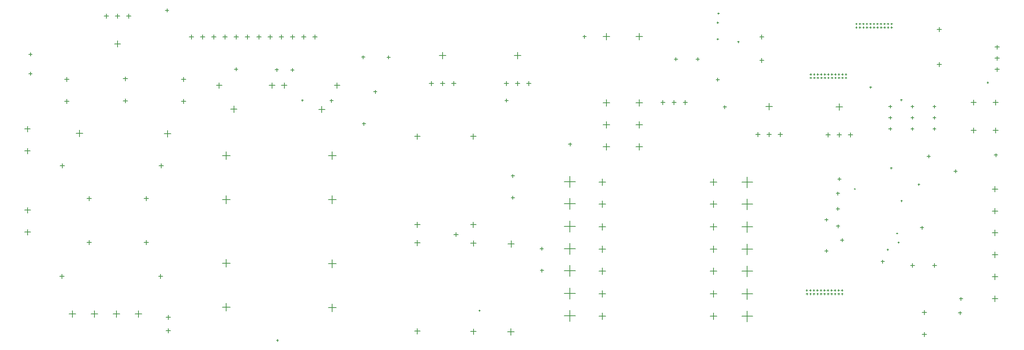
<source format=gbr>
%TF.GenerationSoftware,Altium Limited,Altium Designer,24.3.1 (35)*%
G04 Layer_Color=128*
%FSLAX43Y43*%
%MOMM*%
%TF.SameCoordinates,2EF1D394-34E5-4190-8ABA-250447B0B6E5*%
%TF.FilePolarity,Positive*%
%TF.FileFunction,Drillmap*%
%TF.Part,Single*%
G01*
G75*
%TA.AperFunction,NonConductor*%
%ADD163C,0.127*%
D163*
X114294Y35725D02*
X115056D01*
X114675Y35344D02*
Y36106D01*
X114294Y40675D02*
X115056D01*
X114675Y40294D02*
Y41056D01*
X105032Y29592D02*
X106302D01*
X105667Y28957D02*
Y30227D01*
X105032Y49658D02*
X106302D01*
X105667Y49023D02*
Y50293D01*
X92365Y25441D02*
X93635D01*
X93000Y24806D02*
Y26076D01*
X92365Y5375D02*
X93635D01*
X93000Y4740D02*
Y6010D01*
X92365Y49658D02*
X93635D01*
X93000Y49023D02*
Y50293D01*
X92365Y29592D02*
X93635D01*
X93000Y28957D02*
Y30227D01*
X159452Y13813D02*
X160976D01*
X160214Y13051D02*
Y14575D01*
X159452Y18979D02*
X160976D01*
X160214Y18217D02*
Y19741D01*
X159452Y23973D02*
X160976D01*
X160214Y23211D02*
Y24735D01*
X159452Y29053D02*
X160976D01*
X160214Y28291D02*
Y29815D01*
X159452Y34219D02*
X160976D01*
X160214Y33457D02*
Y34981D01*
X159452Y39213D02*
X160976D01*
X160214Y38451D02*
Y39975D01*
X134179Y8733D02*
X135703D01*
X134941Y7971D02*
Y9495D01*
X134179Y13813D02*
X135703D01*
X134941Y13051D02*
Y14575D01*
X134179Y18979D02*
X135703D01*
X134941Y18217D02*
Y19741D01*
X134179Y23973D02*
X135703D01*
X134941Y23211D02*
Y24735D01*
X134179Y29053D02*
X135703D01*
X134941Y28291D02*
Y29815D01*
X134179Y34219D02*
X135703D01*
X134941Y33457D02*
Y34981D01*
X134179Y39213D02*
X135703D01*
X134941Y38451D02*
Y39975D01*
X159452Y8733D02*
X160976D01*
X160214Y7971D02*
Y9495D01*
X166584Y13813D02*
X169084D01*
X167834Y12563D02*
Y15063D01*
X166584Y18979D02*
X169084D01*
X167834Y17729D02*
Y20229D01*
X166584Y23973D02*
X169084D01*
X167834Y22723D02*
Y25223D01*
X166584Y29053D02*
X169084D01*
X167834Y27803D02*
Y30303D01*
X166584Y34219D02*
X169084D01*
X167834Y32969D02*
Y35469D01*
X166584Y39213D02*
X169084D01*
X167834Y37963D02*
Y40463D01*
X166584Y8733D02*
X169084D01*
X167834Y7483D02*
Y9983D01*
X126325Y13940D02*
X128825D01*
X127575Y12690D02*
Y15190D01*
X126325Y19106D02*
X128825D01*
X127575Y17856D02*
Y20356D01*
X126325Y24100D02*
X128825D01*
X127575Y22850D02*
Y25350D01*
X126325Y29180D02*
X128825D01*
X127575Y27930D02*
Y30430D01*
X126325Y34346D02*
X128825D01*
X127575Y33096D02*
Y35596D01*
X126325Y39340D02*
X128825D01*
X127575Y38090D02*
Y40590D01*
X126325Y8860D02*
X128825D01*
X127575Y7610D02*
Y10110D01*
X72800Y45275D02*
X74600D01*
X73700Y44375D02*
Y46175D01*
X72800Y35275D02*
X74600D01*
X73700Y34375D02*
Y36175D01*
X105090Y5271D02*
X106360D01*
X105725Y4636D02*
Y5906D01*
X105090Y25337D02*
X106360D01*
X105725Y24702D02*
Y25972D01*
X223584Y51001D02*
X224784D01*
X224184Y50401D02*
Y51601D01*
X218584Y51001D02*
X219784D01*
X219184Y50401D02*
Y51601D01*
X210925Y73975D02*
X211925D01*
X211425Y73475D02*
Y74475D01*
X210925Y65975D02*
X211925D01*
X211425Y65475D02*
Y66475D01*
X218584Y57351D02*
X219784D01*
X219184Y56751D02*
Y57951D01*
X223584Y57351D02*
X224784D01*
X224184Y56751D02*
Y57951D01*
X48750Y10825D02*
X50550D01*
X49650Y9925D02*
Y11725D01*
X48750Y20825D02*
X50550D01*
X49650Y19925D02*
Y21725D01*
X170650Y66941D02*
X171650D01*
X171150Y66441D02*
Y67441D01*
X170650Y72275D02*
X171650D01*
X171150Y71775D02*
Y72775D01*
X162369Y56350D02*
X163131D01*
X162750Y55969D02*
Y56731D01*
X204850Y20325D02*
X205850D01*
X205350Y19825D02*
Y20825D01*
X209850Y20325D02*
X210850D01*
X210350Y19825D02*
Y20825D01*
X28975Y9300D02*
X30475D01*
X29725Y8550D02*
Y10050D01*
X13975Y9300D02*
X15475D01*
X14725Y8550D02*
Y10050D01*
X18975Y9300D02*
X20475D01*
X19725Y8550D02*
Y10050D01*
X23975Y9300D02*
X25475D01*
X24725Y8550D02*
Y10050D01*
X4844Y68325D02*
X5606D01*
X5225Y67944D02*
Y68706D01*
X215744Y9524D02*
X216506D01*
X216125Y9143D02*
Y9905D01*
X223391Y17750D02*
X224691D01*
X224041Y17100D02*
Y18400D01*
X223391Y12750D02*
X224691D01*
X224041Y12100D02*
Y13400D01*
X215947Y12750D02*
X216709D01*
X216328Y12369D02*
Y13131D01*
X207500Y4600D02*
X208500D01*
X208000Y4100D02*
Y5100D01*
X207500Y9600D02*
X208500D01*
X208000Y9100D02*
Y10100D01*
X169752Y50050D02*
X170768D01*
X170260Y49542D02*
Y50558D01*
X172292Y50050D02*
X173308D01*
X172800Y49542D02*
Y50558D01*
X174832Y50050D02*
X175848D01*
X175340Y49542D02*
Y50558D01*
X172038Y56400D02*
X173562D01*
X172800Y55638D02*
Y57162D01*
X12975Y62600D02*
X13975D01*
X13475Y62100D02*
Y63100D01*
X12975Y57600D02*
X13975D01*
X13475Y57100D02*
Y58100D01*
X4858Y63925D02*
X5620D01*
X5239Y63544D02*
Y64306D01*
X27017Y77050D02*
X28033D01*
X27525Y76542D02*
Y77558D01*
X24477Y77050D02*
X25493D01*
X24985Y76542D02*
Y77558D01*
X21937Y77050D02*
X22953D01*
X22445Y76542D02*
Y77558D01*
X24287Y70700D02*
X25684D01*
X24985Y70002D02*
Y71398D01*
X3900Y51325D02*
X5200D01*
X4550Y50675D02*
Y51975D01*
X3900Y46325D02*
X5200D01*
X4550Y45675D02*
Y46975D01*
X48750Y35275D02*
X50550D01*
X49650Y34375D02*
Y36175D01*
X48750Y45275D02*
X50550D01*
X49650Y44375D02*
Y46175D01*
X15575Y50325D02*
X17075D01*
X16325Y49575D02*
Y51075D01*
X35550Y50275D02*
X37050D01*
X36300Y49525D02*
Y51025D01*
X39475Y62625D02*
X40475D01*
X39975Y62125D02*
Y63125D01*
X39475Y57625D02*
X40475D01*
X39975Y57125D02*
Y58125D01*
X26275Y57750D02*
X27275D01*
X26775Y57250D02*
Y58250D01*
X26275Y62750D02*
X27275D01*
X26775Y62250D02*
Y63250D01*
X185669Y50027D02*
X186685D01*
X186177Y49519D02*
Y50535D01*
X188209Y50027D02*
X189225D01*
X188717Y49519D02*
Y50535D01*
X190749Y50027D02*
X191765D01*
X191257Y49519D02*
Y50535D01*
X187955Y56377D02*
X189479D01*
X188717Y55615D02*
Y57139D01*
X72800Y20700D02*
X74600D01*
X73700Y19800D02*
Y21600D01*
X72800Y10700D02*
X74600D01*
X73700Y9800D02*
Y11600D01*
X59131Y72250D02*
X60131D01*
X59631Y71750D02*
Y72750D01*
X69291Y72250D02*
X70291D01*
X69791Y71750D02*
Y72750D01*
X48881Y72250D02*
X49881D01*
X49381Y71750D02*
Y72750D01*
X51421Y72250D02*
X52421D01*
X51921Y71750D02*
Y72750D01*
X53961Y72250D02*
X54961D01*
X54461Y71750D02*
Y72750D01*
X56591Y72250D02*
X57591D01*
X57091Y71750D02*
Y72750D01*
X43801Y72250D02*
X44801D01*
X44301Y71750D02*
Y72750D01*
X61671Y72250D02*
X62671D01*
X62171Y71750D02*
Y72750D01*
X64211Y72250D02*
X65211D01*
X64711Y71750D02*
Y72750D01*
X66751Y72250D02*
X67751D01*
X67251Y71750D02*
Y72750D01*
X41261Y72250D02*
X42261D01*
X41761Y71750D02*
Y72750D01*
X46341Y72250D02*
X47341D01*
X46841Y71750D02*
Y72750D01*
X113507Y25184D02*
X115007D01*
X114257Y24434D02*
Y25934D01*
X113457Y5209D02*
X114957D01*
X114207Y4459D02*
Y5959D01*
X3925Y32875D02*
X5225D01*
X4575Y32225D02*
Y33525D01*
X3925Y27875D02*
X5225D01*
X4575Y27225D02*
Y28525D01*
X31025Y35525D02*
X32025D01*
X31525Y35025D02*
Y36025D01*
X18025Y35525D02*
X19025D01*
X18525Y35025D02*
Y36025D01*
X31025Y25525D02*
X32025D01*
X31525Y25025D02*
Y26025D01*
X18025Y25525D02*
X19025D01*
X18525Y25025D02*
Y26025D01*
X36000Y5450D02*
X37000D01*
X36500Y4950D02*
Y5950D01*
X36000Y8550D02*
X37000D01*
X36500Y8050D02*
Y9050D01*
X34375Y42975D02*
X35375D01*
X34875Y42475D02*
Y43475D01*
X11975Y42975D02*
X12975D01*
X12475Y42475D02*
Y43475D01*
X34250Y17800D02*
X35250D01*
X34750Y17300D02*
Y18300D01*
X11850Y17800D02*
X12850D01*
X12350Y17300D02*
Y18300D01*
X115005Y68077D02*
X116529D01*
X115767Y67315D02*
Y68839D01*
X117799Y61727D02*
X118815D01*
X118307Y61219D02*
Y62235D01*
X115259Y61727D02*
X116275D01*
X115767Y61219D02*
Y62235D01*
X112719Y61727D02*
X113735D01*
X113227Y61219D02*
Y62235D01*
X95694Y61727D02*
X96710D01*
X96202Y61219D02*
Y62235D01*
X98234Y61727D02*
X99250D01*
X98742Y61219D02*
Y62235D01*
X100774Y61727D02*
X101790D01*
X101282Y61219D02*
Y62235D01*
X97980Y68077D02*
X99504D01*
X98742Y67315D02*
Y68839D01*
X83094Y59799D02*
X83856D01*
X83475Y59418D02*
Y60180D01*
X86067Y67625D02*
X86829D01*
X86448Y67244D02*
Y68006D01*
X51494Y64925D02*
X52256D01*
X51875Y64544D02*
Y65306D01*
X50600Y55850D02*
X52100D01*
X51350Y55100D02*
Y56600D01*
X70575Y55800D02*
X72075D01*
X71325Y55050D02*
Y56550D01*
X73136Y57776D02*
X73898D01*
X73517Y57395D02*
Y58157D01*
X127269Y47875D02*
X128031D01*
X127650Y47494D02*
Y48256D01*
X80319Y67675D02*
X81081D01*
X80700Y67294D02*
Y68056D01*
X80494Y52525D02*
X81256D01*
X80875Y52144D02*
Y52906D01*
X60744Y64778D02*
X61506D01*
X61125Y64397D02*
Y65159D01*
X198169Y21175D02*
X198931D01*
X198550Y20794D02*
Y21556D01*
X151294Y67225D02*
X152056D01*
X151675Y66844D02*
Y67606D01*
X156244Y67225D02*
X157006D01*
X156625Y66844D02*
Y67606D01*
X153290Y57375D02*
X154290D01*
X153790Y56875D02*
Y57875D01*
X150750Y57375D02*
X151750D01*
X151250Y56875D02*
Y57875D01*
X148210Y57375D02*
X149210D01*
X148710Y56875D02*
Y57875D01*
X135088Y72325D02*
X136612D01*
X135850Y71563D02*
Y73087D01*
X142588Y72325D02*
X144112D01*
X143350Y71563D02*
Y73087D01*
X135088Y57325D02*
X136612D01*
X135850Y56563D02*
Y58087D01*
X135088Y52325D02*
X136612D01*
X135850Y51563D02*
Y53087D01*
X135088Y47325D02*
X136612D01*
X135850Y46563D02*
Y48087D01*
X142588Y47325D02*
X144112D01*
X143350Y46563D02*
Y48087D01*
X142588Y52325D02*
X144112D01*
X143350Y51563D02*
Y53087D01*
X142588Y57325D02*
X144112D01*
X143350Y56563D02*
Y58087D01*
X130519Y72325D02*
X131281D01*
X130900Y71944D02*
Y72706D01*
X47391Y61225D02*
X48691D01*
X48041Y60575D02*
Y61875D01*
X59391Y61225D02*
X60691D01*
X60041Y60575D02*
Y61875D01*
X62141Y61225D02*
X63441D01*
X62791Y60575D02*
Y61875D01*
X74141Y61225D02*
X75441D01*
X74791Y60575D02*
Y61875D01*
X35844Y78300D02*
X36606D01*
X36225Y77919D02*
Y78681D01*
X64266Y64757D02*
X65027D01*
X64646Y64376D02*
Y65137D01*
X120894Y19150D02*
X121656D01*
X121275Y18769D02*
Y19531D01*
X120844Y24100D02*
X121606D01*
X121225Y23719D02*
Y24481D01*
X188344Y39952D02*
X189106D01*
X188725Y39571D02*
Y40333D01*
X188984Y26070D02*
X189746D01*
X189365Y25689D02*
Y26451D01*
X214744Y41725D02*
X215506D01*
X215125Y41344D02*
Y42106D01*
X224025Y64870D02*
X225025D01*
X224525Y64370D02*
Y65370D01*
X224025Y67410D02*
X225025D01*
X224525Y66910D02*
Y67910D01*
X224025Y69950D02*
X225025D01*
X224525Y69450D02*
Y70450D01*
X112846Y57825D02*
X113608D01*
X113227Y57444D02*
Y58206D01*
X223391Y22750D02*
X224691D01*
X224041Y22100D02*
Y23400D01*
X223391Y27750D02*
X224691D01*
X224041Y27100D02*
Y28400D01*
X223391Y32675D02*
X224691D01*
X224041Y32025D02*
Y33325D01*
X223391Y37675D02*
X224691D01*
X224041Y37025D02*
Y38325D01*
X207108Y28895D02*
X207870D01*
X207489Y28514D02*
Y29276D01*
X188083Y29250D02*
X188845D01*
X188464Y28869D02*
Y29631D01*
X204967Y56465D02*
X205667D01*
X205317Y56115D02*
Y56815D01*
X204967Y53925D02*
X205667D01*
X205317Y53575D02*
Y54275D01*
X204967Y51385D02*
X205667D01*
X205317Y51035D02*
Y51735D01*
X209982Y56465D02*
X210682D01*
X210332Y56115D02*
Y56815D01*
X209982Y53925D02*
X210682D01*
X210332Y53575D02*
Y54275D01*
X209982Y51385D02*
X210682D01*
X210332Y51035D02*
Y51735D01*
X223869Y45403D02*
X224631D01*
X224250Y45021D02*
Y45784D01*
X160768Y62575D02*
X161530D01*
X161149Y62194D02*
Y62956D01*
X185425Y23600D02*
X186175D01*
X185800Y23225D02*
Y23975D01*
X185425Y30700D02*
X186175D01*
X185800Y30325D02*
Y31075D01*
X188008Y36677D02*
X188770D01*
X188389Y36296D02*
Y37058D01*
X188033Y33189D02*
X188795D01*
X188414Y32808D02*
Y33570D01*
X208644Y45100D02*
X209406D01*
X209025Y44719D02*
Y45481D01*
X199927Y56465D02*
X200627D01*
X200277Y56115D02*
Y56815D01*
X199927Y53925D02*
X200627D01*
X200277Y53575D02*
Y54275D01*
X199927Y51385D02*
X200627D01*
X200277Y51035D02*
Y51735D01*
X101275Y27350D02*
X102275D01*
X101775Y26850D02*
Y27850D01*
X106900Y10050D02*
X107300D01*
X107100Y9850D02*
Y10250D01*
X183644Y63760D02*
X184044D01*
X183844Y63560D02*
Y63960D01*
X182844Y63760D02*
X183244D01*
X183044Y63560D02*
Y63960D01*
X182069Y63760D02*
X182469D01*
X182269Y63560D02*
Y63960D01*
X186844Y63760D02*
X187244D01*
X187044Y63560D02*
Y63960D01*
X184444Y63760D02*
X184844D01*
X184644Y63560D02*
Y63960D01*
X185244Y63760D02*
X185644D01*
X185444Y63560D02*
Y63960D01*
X190044Y63760D02*
X190444D01*
X190244Y63560D02*
Y63960D01*
X187644Y63760D02*
X188044D01*
X187844Y63560D02*
Y63960D01*
X189244Y63760D02*
X189644D01*
X189444Y63560D02*
Y63960D01*
X188444Y63760D02*
X188844D01*
X188644Y63560D02*
Y63960D01*
X185269Y62960D02*
X185669D01*
X185469Y62760D02*
Y63160D01*
X186069Y62960D02*
X186469D01*
X186269Y62760D02*
Y63160D01*
X186869Y62960D02*
X187269D01*
X187069Y62760D02*
Y63160D01*
X187669Y62960D02*
X188069D01*
X187869Y62760D02*
Y63160D01*
X188469Y62960D02*
X188869D01*
X188669Y62760D02*
Y63160D01*
X189269Y62960D02*
X189669D01*
X189469Y62760D02*
Y63160D01*
X190044Y62960D02*
X190444D01*
X190244Y62760D02*
Y63160D01*
X183669Y62960D02*
X184069D01*
X183869Y62760D02*
Y63160D01*
X182869Y62960D02*
X183269D01*
X183069Y62760D02*
Y63160D01*
X182069Y62960D02*
X182469D01*
X182269Y62760D02*
Y63160D01*
X199615Y74425D02*
X200015D01*
X199815Y74225D02*
Y74625D01*
X198815Y74425D02*
X199215D01*
X199015Y74225D02*
Y74625D01*
X198790Y75225D02*
X199190D01*
X198990Y75025D02*
Y75425D01*
X193215Y74425D02*
X193615D01*
X193415Y74225D02*
Y74625D01*
X193990Y75225D02*
X194390D01*
X194190Y75025D02*
Y75425D01*
X194790Y75225D02*
X195190D01*
X194990Y75025D02*
Y75425D01*
X195615Y74425D02*
X196015D01*
X195815Y74225D02*
Y74625D01*
X195590Y75225D02*
X195990D01*
X195790Y75025D02*
Y75425D01*
X196415Y74425D02*
X196815D01*
X196615Y74225D02*
Y74625D01*
X196390Y75225D02*
X196790D01*
X196590Y75025D02*
Y75425D01*
X197190Y75225D02*
X197590D01*
X197390Y75025D02*
Y75425D01*
X198015Y74425D02*
X198415D01*
X198215Y74225D02*
Y74625D01*
X197990Y75225D02*
X198390D01*
X198190Y75025D02*
Y75425D01*
X197215Y74425D02*
X197615D01*
X197415Y74225D02*
Y74625D01*
X194015Y74425D02*
X194415D01*
X194215Y74225D02*
Y74625D01*
X194815Y74425D02*
X195215D01*
X195015Y74225D02*
Y74625D01*
X184469Y62960D02*
X184869D01*
X184669Y62760D02*
Y63160D01*
X186044Y63760D02*
X186444D01*
X186244Y63560D02*
Y63960D01*
X192415Y75225D02*
X192815D01*
X192615Y75025D02*
Y75425D01*
X199590Y75225D02*
X199990D01*
X199790Y75025D02*
Y75425D01*
X200390Y75225D02*
X200790D01*
X200590Y75025D02*
Y75425D01*
X193190Y75225D02*
X193590D01*
X193390Y75025D02*
Y75425D01*
X200415Y74425D02*
X200815D01*
X200615Y74225D02*
Y74625D01*
X192415Y74425D02*
X192815D01*
X192615Y74225D02*
Y74625D01*
X201975Y25525D02*
X202375D01*
X202175Y25325D02*
Y25725D01*
X200322Y42434D02*
X200722D01*
X200522Y42234D02*
Y42634D01*
X199533Y23913D02*
X199933D01*
X199733Y23713D02*
Y24113D01*
X195600Y60800D02*
X196100D01*
X195850Y60550D02*
Y61050D01*
X202600Y57936D02*
X203000D01*
X202800Y57736D02*
Y58136D01*
X222225Y61895D02*
X222625D01*
X222425Y61695D02*
Y62095D01*
X165625Y71150D02*
X166025D01*
X165825Y70950D02*
Y71350D01*
X161125Y77600D02*
X161525D01*
X161325Y77400D02*
Y77800D01*
X160949Y71767D02*
X161349D01*
X161149Y71567D02*
Y71967D01*
X160949Y75525D02*
X161349D01*
X161149Y75325D02*
Y75725D01*
X206592Y38726D02*
X206992D01*
X206792Y38526D02*
Y38926D01*
X201689Y27602D02*
X201989D01*
X201839Y27452D02*
Y27752D01*
X188400Y13825D02*
X188800D01*
X188600Y13625D02*
Y14025D01*
X182765Y14650D02*
X183165D01*
X182965Y14450D02*
Y14850D01*
X186800Y13825D02*
X187200D01*
X187000Y13625D02*
Y14025D01*
X189200Y13825D02*
X189600D01*
X189400Y13625D02*
Y14025D01*
X185200Y13825D02*
X185600D01*
X185400Y13625D02*
Y14025D01*
X182000Y13825D02*
X182400D01*
X182200Y13625D02*
Y14025D01*
X187565Y14650D02*
X187965D01*
X187765Y14450D02*
Y14850D01*
X182800Y13825D02*
X183200D01*
X183000Y13625D02*
Y14025D01*
X184365Y14650D02*
X184765D01*
X184565Y14450D02*
Y14850D01*
X181200Y13825D02*
X181600D01*
X181400Y13625D02*
Y14025D01*
X186765Y14650D02*
X187165D01*
X186965Y14450D02*
Y14850D01*
X183600Y13825D02*
X184000D01*
X183800Y13625D02*
Y14025D01*
X187600Y13825D02*
X188000D01*
X187800Y13625D02*
Y14025D01*
X184400Y13825D02*
X184800D01*
X184600Y13625D02*
Y14025D01*
X188365Y14650D02*
X188765D01*
X188565Y14450D02*
Y14850D01*
X189165Y14650D02*
X189565D01*
X189365Y14450D02*
Y14850D01*
X185165Y14650D02*
X185565D01*
X185365Y14450D02*
Y14850D01*
X185965Y14650D02*
X186365D01*
X186165Y14450D02*
Y14850D01*
X186000Y13825D02*
X186400D01*
X186200Y13625D02*
Y14025D01*
X183565Y14650D02*
X183965D01*
X183765Y14450D02*
Y14850D01*
X181165Y14650D02*
X181565D01*
X181365Y14450D02*
Y14850D01*
X181965Y14650D02*
X182365D01*
X182165Y14450D02*
Y14850D01*
X61006Y3275D02*
X61506D01*
X61256Y3025D02*
Y3525D01*
X66725Y57850D02*
X67125D01*
X66925Y57650D02*
Y58050D01*
X202656Y35003D02*
X203056D01*
X202856Y34803D02*
Y35203D01*
X192089Y37702D02*
X192389D01*
X192239Y37552D02*
Y37852D01*
%TF.MD5,11aeecbb57791748ed1656826b06d9f8*%
M02*

</source>
